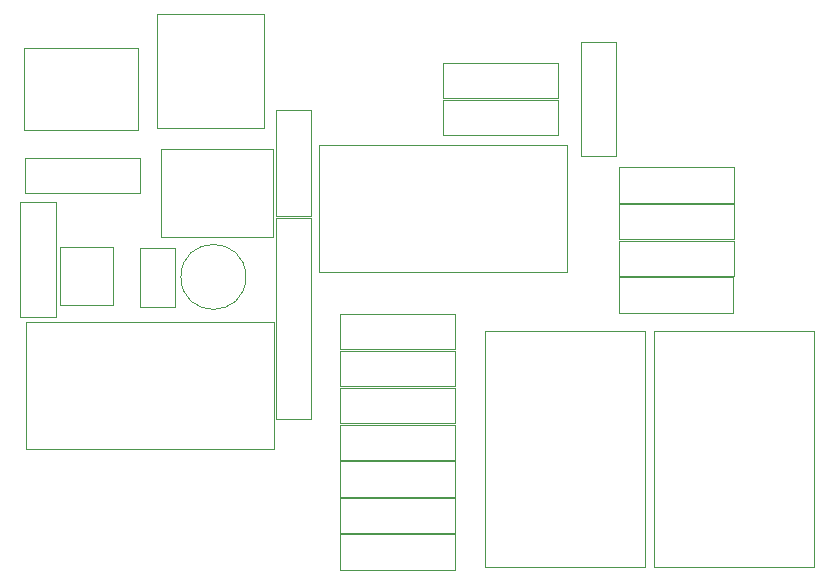
<source format=gbr>
G04 #@! TF.GenerationSoftware,KiCad,Pcbnew,(5.1.2)-1*
G04 #@! TF.CreationDate,2019-07-05T22:38:24-05:00*
G04 #@! TF.ProjectId,Proyecto,50726f79-6563-4746-9f2e-6b696361645f,rev?*
G04 #@! TF.SameCoordinates,Original*
G04 #@! TF.FileFunction,Other,User*
%FSLAX46Y46*%
G04 Gerber Fmt 4.6, Leading zero omitted, Abs format (unit mm)*
G04 Created by KiCad (PCBNEW (5.1.2)-1) date 2019-07-05 22:38:24*
%MOMM*%
%LPD*%
G04 APERTURE LIST*
%ADD10C,0.050000*%
G04 APERTURE END LIST*
D10*
X118852300Y-66968500D02*
X127852300Y-66968500D01*
X118852300Y-57318500D02*
X118852300Y-66968500D01*
X127852300Y-57318500D02*
X118852300Y-57318500D01*
X127852300Y-66968500D02*
X127852300Y-57318500D01*
X146615200Y-84183200D02*
X160115200Y-84183200D01*
X160115200Y-84183200D02*
X160115200Y-104183200D01*
X160115200Y-104183200D02*
X146615200Y-104183200D01*
X146615200Y-104183200D02*
X146615200Y-84183200D01*
X160940800Y-104157800D02*
X160940800Y-84157800D01*
X174440800Y-104157800D02*
X160940800Y-104157800D01*
X174440800Y-84157800D02*
X174440800Y-104157800D01*
X160940800Y-84157800D02*
X174440800Y-84157800D01*
X128727000Y-83438400D02*
X107727000Y-83438400D01*
X107727000Y-83438400D02*
X107727000Y-94138400D01*
X107727000Y-94138400D02*
X128727000Y-94138400D01*
X128727000Y-94138400D02*
X128727000Y-83438400D01*
X144077400Y-101322000D02*
X144077400Y-98322000D01*
X144077400Y-98322000D02*
X134357400Y-98322000D01*
X134357400Y-98322000D02*
X134357400Y-101322000D01*
X134357400Y-101322000D02*
X144077400Y-101322000D01*
X132512000Y-79172400D02*
X153512000Y-79172400D01*
X153512000Y-79172400D02*
X153512000Y-68472400D01*
X153512000Y-68472400D02*
X132512000Y-68472400D01*
X132512000Y-68472400D02*
X132512000Y-79172400D01*
X128402400Y-76231000D02*
X128652400Y-76231000D01*
X128652400Y-76231000D02*
X128652400Y-75981000D01*
X128402400Y-68731000D02*
X128652400Y-68731000D01*
X128652400Y-68731000D02*
X128652400Y-68981000D01*
X119152400Y-68981000D02*
X119152400Y-68731000D01*
X119152400Y-68731000D02*
X119402400Y-68731000D01*
X119152400Y-75981000D02*
X119152400Y-76231000D01*
X119152400Y-76231000D02*
X119402400Y-76231000D01*
X119402400Y-68731000D02*
X128402400Y-68731000D01*
X119152400Y-75981000D02*
X119152400Y-68981000D01*
X128402400Y-76231000D02*
X119402400Y-76231000D01*
X128652400Y-68981000D02*
X128652400Y-75981000D01*
X144077400Y-104395400D02*
X144077400Y-101395400D01*
X144077400Y-101395400D02*
X134357400Y-101395400D01*
X134357400Y-101395400D02*
X134357400Y-104395400D01*
X134357400Y-104395400D02*
X144077400Y-104395400D01*
X144077400Y-98197800D02*
X144077400Y-95197800D01*
X144077400Y-95197800D02*
X134357400Y-95197800D01*
X134357400Y-95197800D02*
X134357400Y-98197800D01*
X134357400Y-98197800D02*
X144077400Y-98197800D01*
X144077400Y-95099000D02*
X144077400Y-92099000D01*
X144077400Y-92099000D02*
X134357400Y-92099000D01*
X134357400Y-92099000D02*
X134357400Y-95099000D01*
X134357400Y-95099000D02*
X144077400Y-95099000D01*
X134332000Y-89000200D02*
X134332000Y-92000200D01*
X134332000Y-92000200D02*
X144052000Y-92000200D01*
X144052000Y-92000200D02*
X144052000Y-89000200D01*
X144052000Y-89000200D02*
X134332000Y-89000200D01*
X134332000Y-85876000D02*
X134332000Y-88876000D01*
X134332000Y-88876000D02*
X144052000Y-88876000D01*
X144052000Y-88876000D02*
X144052000Y-85876000D01*
X144052000Y-85876000D02*
X134332000Y-85876000D01*
X144052000Y-85726400D02*
X144052000Y-82726400D01*
X144052000Y-82726400D02*
X134332000Y-82726400D01*
X134332000Y-82726400D02*
X134332000Y-85726400D01*
X134332000Y-85726400D02*
X144052000Y-85726400D01*
X167623200Y-82627600D02*
X167623200Y-79627600D01*
X167623200Y-79627600D02*
X157903200Y-79627600D01*
X157903200Y-79627600D02*
X157903200Y-82627600D01*
X157903200Y-82627600D02*
X167623200Y-82627600D01*
X167648600Y-76404600D02*
X167648600Y-73404600D01*
X167648600Y-73404600D02*
X157928600Y-73404600D01*
X157928600Y-73404600D02*
X157928600Y-76404600D01*
X157928600Y-76404600D02*
X167648600Y-76404600D01*
X167648600Y-79528800D02*
X167648600Y-76528800D01*
X167648600Y-76528800D02*
X157928600Y-76528800D01*
X157928600Y-76528800D02*
X157928600Y-79528800D01*
X157928600Y-79528800D02*
X167648600Y-79528800D01*
X152764200Y-64492000D02*
X152764200Y-61492000D01*
X152764200Y-61492000D02*
X143044200Y-61492000D01*
X143044200Y-61492000D02*
X143044200Y-64492000D01*
X143044200Y-64492000D02*
X152764200Y-64492000D01*
X143044200Y-64590800D02*
X143044200Y-67590800D01*
X143044200Y-67590800D02*
X152764200Y-67590800D01*
X152764200Y-67590800D02*
X152764200Y-64590800D01*
X152764200Y-64590800D02*
X143044200Y-64590800D01*
X157928600Y-70305800D02*
X157928600Y-73305800D01*
X157928600Y-73305800D02*
X167648600Y-73305800D01*
X167648600Y-73305800D02*
X167648600Y-70305800D01*
X167648600Y-70305800D02*
X157928600Y-70305800D01*
X154710000Y-69401400D02*
X157710000Y-69401400D01*
X157710000Y-69401400D02*
X157710000Y-59681400D01*
X157710000Y-59681400D02*
X154710000Y-59681400D01*
X154710000Y-59681400D02*
X154710000Y-69401400D01*
X107237400Y-82990400D02*
X110237400Y-82990400D01*
X110237400Y-82990400D02*
X110237400Y-73270400D01*
X110237400Y-73270400D02*
X107237400Y-73270400D01*
X107237400Y-73270400D02*
X107237400Y-82990400D01*
X107636600Y-69493000D02*
X107636600Y-72493000D01*
X107636600Y-72493000D02*
X117356600Y-72493000D01*
X117356600Y-72493000D02*
X117356600Y-69493000D01*
X117356600Y-69493000D02*
X107636600Y-69493000D01*
X131903600Y-91611600D02*
X131903600Y-74611600D01*
X131903600Y-74611600D02*
X128903600Y-74611600D01*
X128903600Y-74611600D02*
X128903600Y-91611600D01*
X128903600Y-91611600D02*
X131903600Y-91611600D01*
X120346600Y-82163800D02*
X120346600Y-77163800D01*
X120346600Y-77163800D02*
X117346600Y-77163800D01*
X117346600Y-77163800D02*
X117346600Y-82163800D01*
X117346600Y-82163800D02*
X120346600Y-82163800D01*
X128903600Y-65429000D02*
X128903600Y-74429000D01*
X128903600Y-74429000D02*
X131903600Y-74429000D01*
X131903600Y-74429000D02*
X131903600Y-65429000D01*
X131903600Y-65429000D02*
X128903600Y-65429000D01*
X117247800Y-60196600D02*
X107597800Y-60196600D01*
X107597800Y-60196600D02*
X107597800Y-67196600D01*
X107597800Y-67196600D02*
X117247800Y-67196600D01*
X117247800Y-67196600D02*
X117247800Y-60196600D01*
X115127600Y-77107400D02*
X110627600Y-77107400D01*
X110627600Y-77107400D02*
X110627600Y-81957400D01*
X110627600Y-81957400D02*
X115127600Y-81957400D01*
X115127600Y-81957400D02*
X115127600Y-77107400D01*
X126346400Y-79598200D02*
G75*
G03X126346400Y-79598200I-2750000J0D01*
G01*
M02*

</source>
